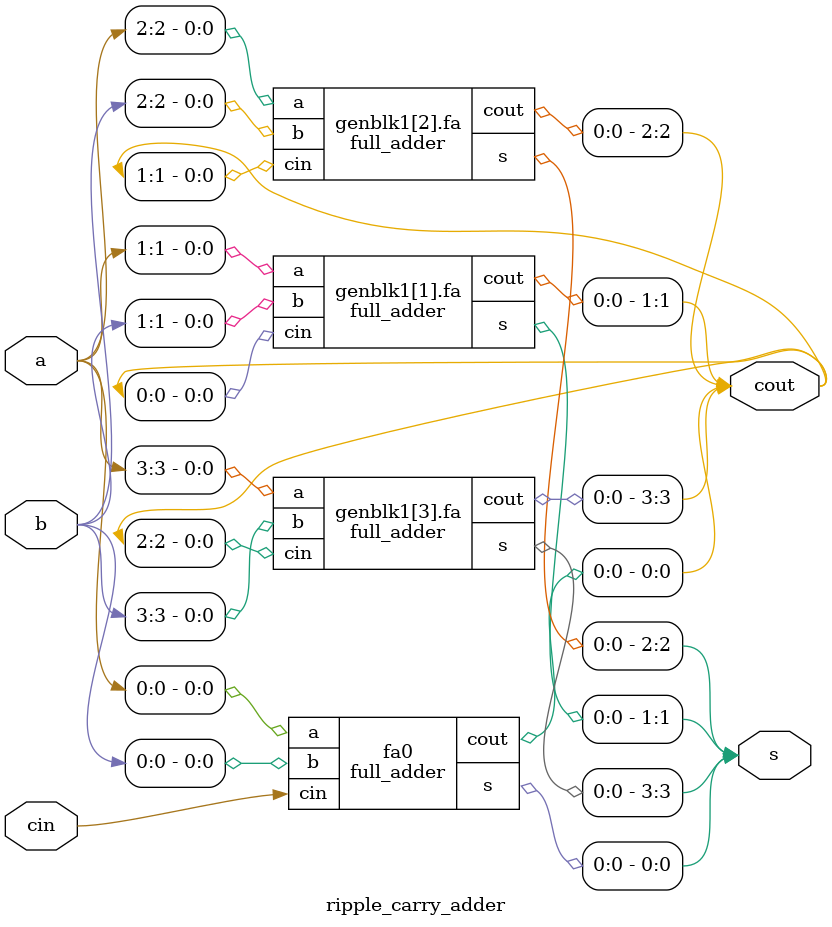
<source format=v>
module full_adder
  (input a,b,cin,output s,cout);
  assign s=a^b^cin;
  assign cout=(a&b)|(b&cin)|(a&cin);
endmodule

module ripple_carry_adder #(parameter size=4)(
  input[size-1:0]a,b,
  input cin,
  output [size-1:0]s,cout);
  genvar g;
  full_adder fa0(a[0], b[0], cin, s[0], cout[0]);
  generate
    for (g=1;g<size;g++)begin
      full_adder fa(a[g],b[g],cout[g-1],s[g],cout[g]);
    end
  endgenerate
endmodule

</source>
